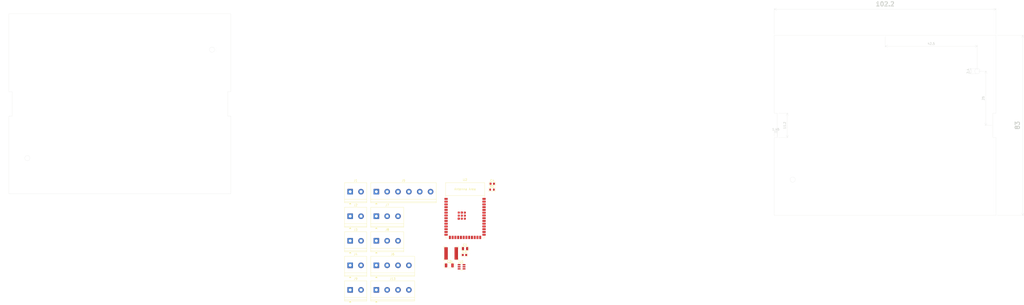
<source format=kicad_pcb>
(kicad_pcb (version 20241229) (generator "pcbnew") (generator_version "9.0")
  (title_block (title "NIVARA CONTROLS") (date "2025-06-11") (rev "1.0") (company "ITLA"))
  (layers (0 "F.Cu" signal) (2 "B.Cu" signal) (13 "F.Paste" user) (15 "B.Paste" user) (5 "F.SilkS" user "F.Silkscreen") (7 "B.SilkS" user "B.Silkscreen") (1 "F.Mask" user) (3 "B.Mask" user) (25 "Edge.Cuts" user))
  (net 0 "")
  (net 7 "GND")
  (net 8 "Net-(U2-EN)")
  (net 9 "/Board_NIVARA/NPN_IN_1")
  (net 10 "/Board_NIVARA/NPN_IN_2")
  (net 11 "/Board_NIVARA/D_IN_2")
  (net 12 "/Board_NIVARA/D_IN_1")
  (net 13 "/Board_NIVARA/PNP_IN_1")
  (net 14 "/Board_NIVARA/PNP_IN_2")
  (net 15 "/Board_NIVARA/RUN{slash}STOP")
  (net 16 "/Board_NIVARA/RLY2_NC")
  (net 17 "/Board_NIVARA/RLY2_COMÚN")
  (net 18 "/Board_NIVARA/RLY1_NO")
  (net 19 "/Board_NIVARA/RLY2_NO")
  (net 20 "/Board_NIVARA/RLY1_NC")
  (net 21 "/Board_NIVARA/RLY1_COMÚN")
  (net 22 "/Board_NIVARA/DOUT_NPN_1")
  (net 23 "/Board_NIVARA/DOUT_NPN_2")
  (net 24 "/Board_NIVARA/DOUT_PNP_1")
  (net 25 "/Board_NIVARA/DOUT_PNP_2")
  (net 26 "/Board_NIVARA/RS485-B")
  (net 27 "/Board_NIVARA/RS485-A")
  (net 28 "/Board_NIVARA/AOUT_010_1")
  (net 29 "/Board_NIVARA/AOUT_420_1")
  (net 30 "VCC")
  (net 31 "/Board_NIVARA/A032_IN1")
  (net 32 "/Board_NIVARA/A010_IN1")
  (net 33 "/Board_NIVARA/A420_IN1")
  (net 36 "+3.3V")
  (net 68 "/Board_NIVARA/DRIVER-RS485/UART_OUT")
  (net 73 "/Board_NIVARA/DRIVER-RS485/UART_IN")
  (footprint "TerminalBlock_Phoenix:TerminalBlock_Phoenix_PT-1,5-6-5.0-H_1x06_P5.00mm_Horizontal" (layer "F.Cu") (at 189.633 100.561)
    (property "Reference" "J5" (at 12.5 -5.12 0) (layer "F.SilkS"))
    (property "Value" "Screw_Terminal_6_P5.00mm")
    (fp_line (start -2.62 -4.12) (end -2.62 5.12) (stroke (width 0.12)) (layer "F.SilkS"))
    (fp_line (start -2.62 -4.12) (end 27.62 -4.12) (stroke (width 0.12)) (layer "F.SilkS"))
    (fp_line (start -2.62 3.5) (end 27.62 3.5) (stroke (width 0.12)) (layer "F.SilkS"))
    (fp_line (start -2.62 4.6) (end 27.62 4.6) (stroke (width 0.12)) (layer "F.SilkS"))
    (fp_line (start -2.62 5.12) (end -0.3 5.12) (stroke (width 0.12)) (layer "F.SilkS"))
    (fp_line (start 0.3 5.12) (end 27.62 5.12) (stroke (width 0.12)) (layer "F.SilkS"))
    (fp_line (start 27.62 -4.12) (end 27.62 5.12) (stroke (width 0.12)) (layer "F.SilkS"))
    (fp_poly (pts (xy 0 5.12) (xy 0.44 5.73) (xy -0.44 5.73)) (stroke (width 0.12)) (fill yes) (layer "F.SilkS"))
    (pad "1" thru_hole roundrect (at 0 0) (size 2.6 2.6) (drill 1.3) (layers "*.Cu" "*.Mask") (roundrect_rratio 0.096154) (net 20 "/Board_NIVARA/RLY1_NC"))
    (pad "2" thru_hole circle (at 5 0) (size 2.6 2.6) (drill 1.3) (layers "*.Cu" "*.Mask") (net 21 "/Board_NIVARA/RLY1_COMÚN"))
    (pad "3" thru_hole circle (at 10 0) (size 2.6 2.6) (drill 1.3) (layers "*.Cu" "*.Mask") (net 18 "/Board_NIVARA/RLY1_NO"))
    (pad "4" thru_hole circle (at 15 0) (size 2.6 2.6) (drill 1.3) (layers "*.Cu" "*.Mask") (net 16 "/Board_NIVARA/RLY2_NC"))
    (pad "5" thru_hole circle (at 20 0) (size 2.6 2.6) (drill 1.3) (layers "*.Cu" "*.Mask") (net 17 "/Board_NIVARA/RLY2_COMÚN"))
    (pad "6" thru_hole circle (at 25 0) (size 2.6 2.6) (drill 1.3) (layers "*.Cu" "*.Mask") (net 19 "/Board_NIVARA/RLY2_NO"))
  )
  (footprint "TerminalBlock_Phoenix:TerminalBlock_Phoenix_PT-1,5-2-5.0-H_1x02_P5.00mm_Horizontal" (layer "F.Cu") (at 177.583 111.876)
    (property "Reference" "J2" (at 2.5 -5.12 0) (layer "F.SilkS"))
    (property "Value" "Screw_Terminal_2_P5.00mm")
    (fp_line (start -2.62 -4.12) (end -2.62 5.12) (stroke (width 0.12)) (layer "F.SilkS"))
    (fp_line (start -2.62 -4.12) (end 7.62 -4.12) (stroke (width 0.12)) (layer "F.SilkS"))
    (fp_line (start -2.62 3.5) (end 7.62 3.5) (stroke (width 0.12)) (layer "F.SilkS"))
    (fp_line (start -2.62 4.6) (end 7.62 4.6) (stroke (width 0.12)) (layer "F.SilkS"))
    (fp_line (start -2.62 5.12) (end -0.3 5.12) (stroke (width 0.12)) (layer "F.SilkS"))
    (fp_line (start 0.3 5.12) (end 7.62 5.12) (stroke (width 0.12)) (layer "F.SilkS"))
    (fp_line (start 7.62 -4.12) (end 7.62 5.12) (stroke (width 0.12)) (layer "F.SilkS"))
    (fp_poly (pts (xy 0 5.12) (xy 0.44 5.73) (xy -0.44 5.73)) (stroke (width 0.12)) (fill yes) (layer "F.SilkS"))
    (pad "1" thru_hole roundrect (at 0 0) (size 2.6 2.6) (drill 1.3) (layers "*.Cu" "*.Mask") (roundrect_rratio 0.096154) (net 11 "/Board_NIVARA/D_IN_2"))
    (pad "2" thru_hole circle (at 5 0) (size 2.6 2.6) (drill 1.3) (layers "*.Cu" "*.Mask") (net 12 "/Board_NIVARA/D_IN_1"))
  )
  (footprint "TerminalBlock_Phoenix:TerminalBlock_Phoenix_PT-1,5-2-5.0-H_1x02_P5.00mm_Horizontal" (layer "F.Cu") (at 177.583 100.561)
    (property "Reference" "J1" (at 2.5 -5.12 0) (layer "F.SilkS"))
    (property "Value" "Screw_Terminal_2_P5.00mm")
    (fp_line (start -2.62 -4.12) (end -2.62 5.12) (stroke (width 0.12)) (layer "F.SilkS"))
    (fp_line (start -2.62 -4.12) (end 7.62 -4.12) (stroke (width 0.12)) (layer "F.SilkS"))
    (fp_line (start -2.62 3.5) (end 7.62 3.5) (stroke (width 0.12)) (layer "F.SilkS"))
    (fp_line (start -2.62 4.6) (end 7.62 4.6) (stroke (width 0.12)) (layer "F.SilkS"))
    (fp_line (start -2.62 5.12) (end -0.3 5.12) (stroke (width 0.12)) (layer "F.SilkS"))
    (fp_line (start 0.3 5.12) (end 7.62 5.12) (stroke (width 0.12)) (layer "F.SilkS"))
    (fp_line (start 7.62 -4.12) (end 7.62 5.12) (stroke (width 0.12)) (layer "F.SilkS"))
    (fp_poly (pts (xy 0 5.12) (xy 0.44 5.73) (xy -0.44 5.73)) (stroke (width 0.12)) (fill yes) (layer "F.SilkS"))
    (pad "1" thru_hole roundrect (at 0 0) (size 2.6 2.6) (drill 1.3) (layers "*.Cu" "*.Mask") (roundrect_rratio 0.096154) (net 10 "/Board_NIVARA/NPN_IN_2"))
    (pad "2" thru_hole circle (at 5 0) (size 2.6 2.6) (drill 1.3) (layers "*.Cu" "*.Mask") (net 9 "/Board_NIVARA/NPN_IN_1"))
  )
  (footprint "Package_TO_SOT_SMD:TSOT-23-6" (layer "F.Cu") (at 228.913 135.176)
    (property "Reference" "U1" (at 0 -2.4 0) (layer "F.SilkS"))
    (property "Value" "AP63203WU")
    (fp_line (start 0 -1.56) (end -0.8 -1.56) (stroke (width 0.12)) (layer "F.SilkS"))
    (fp_line (start 0 -1.56) (end 0.8 -1.56) (stroke (width 0.12)) (layer "F.SilkS"))
    (fp_line (start 0 1.56) (end -0.8 1.56) (stroke (width 0.12)) (layer "F.SilkS"))
    (fp_line (start 0 1.56) (end 0.8 1.56) (stroke (width 0.12)) (layer "F.SilkS"))
    (fp_poly (pts (xy -1.3 -1.51) (xy -1.54 -1.84) (xy -1.06 -1.84)) (stroke (width 0.12)) (fill yes) (layer "F.SilkS"))
    (pad "1" smd roundrect (at -1.1375 -0.95) (size 1.325 0.6) (layers "F.Cu" "F.Mask" "F.Paste"))
    (pad "2" smd roundrect (at -1.1375 0) (size 1.325 0.6) (layers "F.Cu" "F.Mask" "F.Paste"))
    (pad "3" smd roundrect (at -1.1375 0.95) (size 1.325 0.6) (layers "F.Cu" "F.Mask" "F.Paste"))
    (pad "4" smd roundrect (at 1.1375 0.95) (size 1.325 0.6) (layers "F.Cu" "F.Mask" "F.Paste"))
    (pad "5" smd roundrect (at 1.1375 0) (size 1.325 0.6) (layers "F.Cu" "F.Mask" "F.Paste"))
    (pad "6" smd roundrect (at 1.1375 -0.95) (size 1.325 0.6) (layers "F.Cu" "F.Mask" "F.Paste"))
  )
  (footprint "PCM_Capacitor_SMD_AKL:C_0805_2012Metric" (layer "F.Cu") (at 230.518894 126.816)
    (property "Reference" "C1" (at 0 -1.68 0) (layer "F.SilkS"))
    (property "Value" "C_0805" (hide yes))
    (fp_line (start -1.5 1) (end 1.5 1) (stroke (width 0.12)) (layer "F.SilkS"))
    (fp_line (start 1.5 -1) (end -1.5 -1) (stroke (width 0.12)) (layer "F.SilkS"))
    (fp_arc (start -1.5 1) (mid -1.880894 0) (end -1.5 -1) (stroke (width 0.12)) (layer "F.SilkS"))
    (fp_arc (start 1.5 -1) (mid 1.880894 0) (end 1.5 1) (stroke (width 0.12)) (layer "F.SilkS"))
    (pad "1" smd roundrect (at -0.95 0) (size 1 1.45) (layers "F.Cu" "F.Mask" "F.Paste"))
    (pad "2" smd roundrect (at 0.95 0) (size 1 1.45) (layers "F.Cu" "F.Mask" "F.Paste"))
  )
  (footprint "TerminalBlock_Phoenix:TerminalBlock_Phoenix_PT-1,5-2-5.0-H_1x02_P5.00mm_Horizontal" (layer "F.Cu") (at 177.583 134.506)
    (property "Reference" "J4" (at 2.5 -5.12 0) (layer "F.SilkS"))
    (property "Value" "Screw_Terminal_2_P5.00mm")
    (fp_line (start -2.62 -4.12) (end -2.62 5.12) (stroke (width 0.12)) (layer "F.SilkS"))
    (fp_line (start -2.62 -4.12) (end 7.62 -4.12) (stroke (width 0.12)) (layer "F.SilkS"))
    (fp_line (start -2.62 3.5) (end 7.62 3.5) (stroke (width 0.12)) (layer "F.SilkS"))
    (fp_line (start -2.62 4.6) (end 7.62 4.6) (stroke (width 0.12)) (layer "F.SilkS"))
    (fp_line (start -2.62 5.12) (end -0.3 5.12) (stroke (width 0.12)) (layer "F.SilkS"))
    (fp_line (start 0.3 5.12) (end 7.62 5.12) (stroke (width 0.12)) (layer "F.SilkS"))
    (fp_line (start 7.62 -4.12) (end 7.62 5.12) (stroke (width 0.12)) (layer "F.SilkS"))
    (fp_poly (pts (xy 0 5.12) (xy 0.44 5.73) (xy -0.44 5.73)) (stroke (width 0.12)) (fill yes) (layer "F.SilkS"))
    (pad "1" thru_hole roundrect (at 0 0) (size 2.6 2.6) (drill 1.3) (layers "*.Cu" "*.Mask") (roundrect_rratio 0.096154) (net 15 "/Board_NIVARA/RUN{slash}STOP"))
    (pad "2" thru_hole circle (at 5 0) (size 2.6 2.6) (drill 1.3) (layers "*.Cu" "*.Mask") (net 7 "GND"))
  )
  (footprint "PCM_Resistor_SMD_AKL:R_0603_1608Metric" (layer "F.Cu") (at 242.938 99.616)
    (property "Reference" "R1" (at 0 -1.5 0) (layer "F.SilkS"))
    (property "Value" "R_0603" (hide yes))
    (fp_line (start -1.5 -0.8) (end -1.5 0.8) (stroke (width 0.12)) (layer "F.SilkS"))
    (fp_line (start -1.5 0.8) (end 1.5 0.8) (stroke (width 0.12)) (layer "F.SilkS"))
    (fp_line (start 1.5 -0.8) (end -1.5 -0.8) (stroke (width 0.12)) (layer "F.SilkS"))
    (fp_line (start 1.5 0.8) (end 1.5 -0.8) (stroke (width 0.12)) (layer "F.SilkS"))
    (pad "1" smd roundrect (at -0.825 0) (size 0.8 0.95) (layers "F.Cu" "F.Mask" "F.Paste") (net 36 "+3.3V"))
    (pad "2" smd roundrect (at 0.825 0) (size 0.8 0.95) (layers "F.Cu" "F.Mask" "F.Paste") (net 8 "Net-(U2-EN)"))
  )
  (footprint "PCM_Capacitor_SMD_AKL:C_1206_3216Metric" (layer "F.Cu") (at 223.244625 134.536)
    (property "Reference" "C2" (at 0 -1.85 0) (layer "F.SilkS"))
    (property "Value" "C_1206" (hide yes))
    (fp_line (start -2.1 1.2) (end 2.1 1.2) (stroke (width 0.12)) (layer "F.SilkS"))
    (fp_line (start 2.1 -1.2) (end -2.1 -1.2) (stroke (width 0.12)) (layer "F.SilkS"))
    (fp_arc (start -2.1 1.2) (mid -2.526625 0) (end -2.1 -1.2) (stroke (width 0.12)) (layer "F.SilkS"))
    (fp_arc (start 2.1 -1.2) (mid 2.541962 0) (end 2.1 1.2) (stroke (width 0.12)) (layer "F.SilkS"))
    (pad "1" smd roundrect (at -1.475 0) (size 1.15 1.8) (layers "F.Cu" "F.Mask" "F.Paste") (roundrect_rratio 0.217391))
    (pad "2" smd roundrect (at 1.475 0) (size 1.15 1.8) (layers "F.Cu" "F.Mask" "F.Paste") (roundrect_rratio 0.217391))
  )
  (footprint "TerminalBlock_Phoenix:TerminalBlock_Phoenix_PT-1,5-3-5.0-H_1x03_P5.00mm_Horizontal" (layer "F.Cu") (at 189.633 123.186)
    (property "Reference" "J8" (at 5 -5.12 0) (layer "F.SilkS"))
    (property "Value" "Screw_Terminal_3_P5.00mm")
    (fp_line (start -2.62 -4.12) (end -2.62 5.12) (stroke (width 0.12)) (layer "F.SilkS"))
    (fp_line (start -2.62 -4.12) (end 12.62 -4.12) (stroke (width 0.12)) (layer "F.SilkS"))
    (fp_line (start -2.62 3.5) (end 12.62 3.5) (stroke (width 0.12)) (layer "F.SilkS"))
    (fp_line (start -2.62 4.6) (end 12.62 4.6) (stroke (width 0.12)) (layer "F.SilkS"))
    (fp_line (start -2.62 5.12) (end -0.3 5.12) (stroke (width 0.12)) (layer "F.SilkS"))
    (fp_line (start 0.3 5.12) (end 12.62 5.12) (stroke (width 0.12)) (layer "F.SilkS"))
    (fp_line (start 12.62 -4.12) (end 12.62 5.12) (stroke (width 0.12)) (layer "F.SilkS"))
    (fp_poly (pts (xy 0 5.12) (xy 0.44 5.73) (xy -0.44 5.73)) (stroke (width 0.12)) (fill yes) (layer "F.SilkS"))
    (pad "1" thru_hole roundrect (at 0 0) (size 2.6 2.6) (drill 1.3) (layers "*.Cu" "*.Mask") (roundrect_rratio 0.096154) (net 28 "/Board_NIVARA/AOUT_010_1"))
    (pad "2" thru_hole circle (at 5 0) (size 2.6 2.6) (drill 1.3) (layers "*.Cu" "*.Mask") (net 29 "/Board_NIVARA/AOUT_420_1"))
    (pad "3" thru_hole circle (at 10 0) (size 2.6 2.6) (drill 1.3) (layers "*.Cu" "*.Mask") (net 7 "GND"))
  )
  (footprint "TerminalBlock_Phoenix:TerminalBlock_Phoenix_PT-1,5-4-5.0-H_1x04_P5.00mm_Horizontal" (layer "F.Cu") (at 189.633 145.816)
    (property "Reference" "J13" (at 7.5 -5.12 0) (layer "F.SilkS"))
    (property "Value" "Screw_Terminal_4_P5.00mm")
    (fp_line (start -2.62 -4.12) (end -2.62 5.12) (stroke (width 0.12)) (layer "F.SilkS"))
    (fp_line (start -2.62 -4.12) (end 17.62 -4.12) (stroke (width 0.12)) (layer "F.SilkS"))
    (fp_line (start -2.62 3.5) (end 17.62 3.5) (stroke (width 0.12)) (layer "F.SilkS"))
    (fp_line (start -2.62 4.6) (end 17.62 4.6) (stroke (width 0.12)) (layer "F.SilkS"))
    (fp_line (start -2.62 5.12) (end -0.3 5.12) (stroke (width 0.12)) (layer "F.SilkS"))
    (fp_line (start 0.3 5.12) (end 17.62 5.12) (stroke (width 0.12)) (layer "F.SilkS"))
    (fp_line (start 17.62 -4.12) (end 17.62 5.12) (stroke (width 0.12)) (layer "F.SilkS"))
    (fp_poly (pts (xy 0 5.12) (xy 0.44 5.73) (xy -0.44 5.73)) (stroke (width 0.12)) (fill yes) (layer "F.SilkS"))
    (pad "1" thru_hole roundrect (at 0 0) (size 2.6 2.6) (drill 1.3) (layers "*.Cu" "*.Mask") (roundrect_rratio 0.096154) (net 32 "/Board_NIVARA/A010_IN1"))
    (pad "2" thru_hole circle (at 5 0) (size 2.6 2.6) (drill 1.3) (layers "*.Cu" "*.Mask") (net 31 "/Board_NIVARA/A032_IN1"))
    (pad "3" thru_hole circle (at 10 0) (size 2.6 2.6) (drill 1.3) (layers "*.Cu" "*.Mask") (net 33 "/Board_NIVARA/A420_IN1"))
    (pad "4" thru_hole circle (at 15 0) (size 2.6 2.6) (drill 1.3) (layers "*.Cu" "*.Mask") (net 7 "GND"))
  )
  (footprint "PCM_Capacitor_SMD_AKL:C_0603_1608Metric" (layer "F.Cu") (at 243.057939 96.896002)
    (property "Reference" "C4" (at 0 -1.43 0) (layer "F.SilkS"))
    (property "Value" "C_0603" (hide yes))
    (fp_line (start -1.3 0.800002) (end 1.3 0.8) (stroke (width 0.12)) (layer "F.SilkS"))
    (fp_line (start 1.3 -0.800002) (end -1.3 -0.8) (stroke (width 0.12)) (layer "F.SilkS"))
    (fp_arc (start -1.3 0.800002) (mid -1.619939 0.000001) (end -1.3 -0.8) (stroke (width 0.12)) (layer "F.SilkS"))
    (fp_arc (start 1.3 -0.800002) (mid 1.619939 -0.000001) (end 1.3 0.8) (stroke (width 0.12)) (layer "F.SilkS"))
    (pad "1" smd roundrect (at -0.775 0) (size 0.9 0.95) (layers "F.Cu" "F.Mask" "F.Paste") (net 8 "Net-(U2-EN)"))
    (pad "2" smd roundrect (at 0.775 0) (size 0.9 0.95) (layers "F.Cu" "F.Mask" "F.Paste") (net 7 "GND"))
  )
  (footprint "TerminalBlock_Phoenix:TerminalBlock_Phoenix_PT-1,5-3-5.0-H_1x03_P5.00mm_Horizontal" (layer "F.Cu") (at 189.633 111.871)
    (property "Reference" "J7" (at 5 -5.12 0) (layer "F.SilkS"))
    (property "Value" "Screw_Terminal_3_P5.00mm")
    (fp_line (start -2.62 -4.12) (end -2.62 5.12) (stroke (width 0.12)) (layer "F.SilkS"))
    (fp_line (start -2.62 -4.12) (end 12.62 -4.12) (stroke (width 0.12)) (layer "F.SilkS"))
    (fp_line (start -2.62 3.5) (end 12.62 3.5) (stroke (width 0.12)) (layer "F.SilkS"))
    (fp_line (start -2.62 4.6) (end 12.62 4.6) (stroke (width 0.12)) (layer "F.SilkS"))
    (fp_line (start -2.62 5.12) (end -0.3 5.12) (stroke (width 0.12)) (layer "F.SilkS"))
    (fp_line (start 0.3 5.12) (end 12.62 5.12) (stroke (width 0.12)) (layer "F.SilkS"))
    (fp_line (start 12.62 -4.12) (end 12.62 5.12) (stroke (width 0.12)) (layer "F.SilkS"))
    (fp_poly (pts (xy 0 5.12) (xy 0.44 5.73) (xy -0.44 5.73)) (stroke (width 0.12)) (fill yes) (layer "F.SilkS"))
    (pad "1" thru_hole roundrect (at 0 0) (size 2.6 2.6) (drill 1.3) (layers "*.Cu" "*.Mask") (roundrect_rratio 0.096154) (net 27 "/Board_NIVARA/RS485-A"))
    (pad "2" thru_hole circle (at 5 0) (size 2.6 2.6) (drill 1.3) (layers "*.Cu" "*.Mask") (net 26 "/Board_NIVARA/RS485-B"))
    (pad "3" thru_hole circle (at 10 0) (size 2.6 2.6) (drill 1.3) (layers "*.Cu" "*.Mask") (net 7 "GND"))
  )
  (footprint "TerminalBlock_Phoenix:TerminalBlock_Phoenix_PT-1,5-4-5.0-H_1x04_P5.00mm_Horizontal" (layer "F.Cu") (at 189.633 134.501)
    (property "Reference" "J6" (at 7.5 -5.12 0) (layer "F.SilkS"))
    (property "Value" "Screw_Terminal_4_P5.00mm")
    (fp_line (start -2.62 -4.12) (end -2.62 5.12) (stroke (width 0.12)) (layer "F.SilkS"))
    (fp_line (start -2.62 -4.12) (end 17.62 -4.12) (stroke (width 0.12)) (layer "F.SilkS"))
    (fp_line (start -2.62 3.5) (end 17.62 3.5) (stroke (width 0.12)) (layer "F.SilkS"))
    (fp_line (start -2.62 4.6) (end 17.62 4.6) (stroke (width 0.12)) (layer "F.SilkS"))
    (fp_line (start -2.62 5.12) (end -0.3 5.12) (stroke (width 0.12)) (layer "F.SilkS"))
    (fp_line (start 0.3 5.12) (end 17.62 5.12) (stroke (width 0.12)) (layer "F.SilkS"))
    (fp_line (start 17.62 -4.12) (end 17.62 5.12) (stroke (width 0.12)) (layer "F.SilkS"))
    (fp_poly (pts (xy 0 5.12) (xy 0.44 5.73) (xy -0.44 5.73)) (stroke (width 0.12)) (fill yes) (layer "F.SilkS"))
    (pad "1" thru_hole roundrect (at 0 0) (size 2.6 2.6) (drill 1.3) (layers "*.Cu" "*.Mask") (roundrect_rratio 0.096154) (net 22 "/Board_NIVARA/DOUT_NPN_1"))
    (pad "2" thru_hole circle (at 5 0) (size 2.6 2.6) (drill 1.3) (layers "*.Cu" "*.Mask") (net 23 "/Board_NIVARA/DOUT_NPN_2"))
    (pad "3" thru_hole circle (at 10 0) (size 2.6 2.6) (drill 1.3) (layers "*.Cu" "*.Mask") (net 24 "/Board_NIVARA/DOUT_PNP_1"))
    (pad "4" thru_hole circle (at 15 0) (size 2.6 2.6) (drill 1.3) (layers "*.Cu" "*.Mask") (net 25 "/Board_NIVARA/DOUT_PNP_2"))
  )
  (footprint "Inductor_SMD:L_Bourns-SRN6028" (layer "F.Cu") (at 224.118 129.016)
    (property "Reference" "L1" (at 0 4 0) (layer "F.SilkS"))
    (property "Value" "L_Iron")
    (fp_line (start -3.4 -3.2) (end -3.4 -2) (stroke (width 0.12)) (layer "F.SilkS"))
    (fp_line (start -3.4 -3.2) (end -2 -3.2) (stroke (width 0.12)) (layer "F.SilkS"))
    (fp_line (start -3.4 3.2) (end -3.4 2) (stroke (width 0.12)) (layer "F.SilkS"))
    (fp_line (start -3.4 3.2) (end -2 3.2) (stroke (width 0.12)) (layer "F.SilkS"))
    (fp_line (start 3.4 -3.2) (end 2 -3.2) (stroke (width 0.12)) (layer "F.SilkS"))
    (fp_line (start 3.4 -3.2) (end 3.4 -2) (stroke (width 0.12)) (layer "F.SilkS"))
    (fp_line (start 3.4 3.2) (end 2 3.2) (stroke (width 0.12)) (layer "F.SilkS"))
    (fp_line (start 3.4 3.2) (end 3.4 2) (stroke (width 0.12)) (layer "F.SilkS"))
    (pad "1" smd rect (at -2.35 0) (size 1.6 5.7) (layers "F.Cu" "F.Mask" "F.Paste"))
    (pad "2" smd rect (at 2.35 0) (size 1.6 5.7) (layers "F.Cu" "F.Mask" "F.Paste"))
  )
  (footprint "TerminalBlock_Phoenix:TerminalBlock_Phoenix_PT-1,5-2-5.0-H_1x02_P5.00mm_Horizontal" (layer "F.Cu") (at 177.583 123.191)
    (property "Reference" "J3" (at 2.5 -5.12 0) (layer "F.SilkS"))
    (property "Value" "Screw_Terminal_2_P5.00mm")
    (fp_line (start -2.62 -4.12) (end -2.62 5.12) (stroke (width 0.12)) (layer "F.SilkS"))
    (fp_line (start -2.62 -4.12) (end 7.62 -4.12) (stroke (width 0.12)) (layer "F.SilkS"))
    (fp_line (start -2.62 3.5) (end 7.62 3.5) (stroke (width 0.12)) (layer "F.SilkS"))
    (fp_line (start -2.62 4.6) (end 7.62 4.6) (stroke (width 0.12)) (layer "F.SilkS"))
    (fp_line (start -2.62 5.12) (end -0.3 5.12) (stroke (width 0.12)) (layer "F.SilkS"))
    (fp_line (start 0.3 5.12) (end 7.62 5.12) (stroke (width 0.12)) (layer "F.SilkS"))
    (fp_line (start 7.62 -4.12) (end 7.62 5.12) (stroke (width 0.12)) (layer "F.SilkS"))
    (fp_poly (pts (xy 0 5.12) (xy 0.44 5.73) (xy -0.44 5.73)) (stroke (width 0.12)) (fill yes) (layer "F.SilkS"))
    (pad "1" thru_hole roundrect (at 0 0) (size 2.6 2.6) (drill 1.3) (layers "*.Cu" "*.Mask") (roundrect_rratio 0.096154) (net 14 "/Board_NIVARA/PNP_IN_2"))
    (pad "2" thru_hole circle (at 5 0) (size 2.6 2.6) (drill 1.3) (layers "*.Cu" "*.Mask") (net 13 "/Board_NIVARA/PNP_IN_1"))
  )
  (footprint "TerminalBlock_Phoenix:TerminalBlock_Phoenix_PT-1,5-2-5.0-H_1x02_P5.00mm_Horizontal" (layer "F.Cu") (at 177.583 145.821)
    (property "Reference" "J9" (at 2.5 -5.12 0) (layer "F.SilkS"))
    (property "Value" "Screw_Terminal_2_P5.00mm")
    (fp_line (start -2.62 -4.12) (end -2.62 5.12) (stroke (width 0.12)) (layer "F.SilkS"))
    (fp_line (start -2.62 -4.12) (end 7.62 -4.12) (stroke (width 0.12)) (layer "F.SilkS"))
    (fp_line (start -2.62 3.5) (end 7.62 3.5) (stroke (width 0.12)) (layer "F.SilkS"))
    (fp_line (start -2.62 4.6) (end 7.62 4.6) (stroke (width 0.12)) (layer "F.SilkS"))
    (fp_line (start -2.62 5.12) (end -0.3 5.12) (stroke (width 0.12)) (layer "F.SilkS"))
    (fp_line (start 0.3 5.12) (end 7.62 5.12) (stroke (width 0.12)) (layer "F.SilkS"))
    (fp_line (start 7.62 -4.12) (end 7.62 5.12) (stroke (width 0.12)) (layer "F.SilkS"))
    (fp_poly (pts (xy 0 5.12) (xy 0.44 5.73) (xy -0.44 5.73)) (stroke (width 0.12)) (fill yes) (layer "F.SilkS"))
    (pad "1" thru_hole roundrect (at 0 0) (size 2.6 2.6) (drill 1.3) (layers "*.Cu" "*.Mask") (roundrect_rratio 0.096154) (net 30 "VCC"))
    (pad "2" thru_hole circle (at 5 0) (size 2.6 2.6) (drill 1.3) (layers "*.Cu" "*.Mask") (net 7 "GND"))
  )
  (footprint "PCM_Capacitor_SMD_AKL:C_0603_1608Metric" (layer "F.Cu") (at 230.257939 129.736002)
    (property "Reference" "C3" (at 0 -1.43 0) (layer "F.SilkS"))
    (property "Value" "C_0603" (hide yes))
    (fp_line (start -1.3 0.800002) (end 1.3 0.8) (stroke (width 0.12)) (layer "F.SilkS"))
    (fp_line (start 1.3 -0.800002) (end -1.3 -0.8) (stroke (width 0.12)) (layer "F.SilkS"))
    (fp_arc (start -1.3 0.800002) (mid -1.619939 0.000001) (end -1.3 -0.8) (stroke (width 0.12)) (layer "F.SilkS"))
    (fp_arc (start 1.3 -0.800002) (mid 1.619939 -0.000001) (end 1.3 0.8) (stroke (width 0.12)) (layer "F.SilkS"))
    (pad "1" smd roundrect (at -0.775 0) (size 0.9 0.95) (layers "F.Cu" "F.Mask" "F.Paste"))
    (pad "2" smd roundrect (at 0.775 0) (size 0.9 0.95) (layers "F.Cu" "F.Mask" "F.Paste"))
  )
  (footprint "ESP32-S3-WROM-1:ESP32-S3-WROOM-1" (layer "F.Cu") (at 230.518 112.146)
    (property "Reference" "U2" (at 0 -17.05 0) (layer "F.SilkS"))
    (property "Value" "ESP32-S3-WROOM-1")
    (fp_line (start -9 -15.75) (end -9 -9) (stroke (width 0.12)) (layer "F.SilkS"))
    (fp_line (start -9 -15.75) (end 9 -15.75) (stroke (width 0.12)) (layer "F.SilkS"))
    (fp_line (start -9 9) (end -9 9.75) (stroke (width 0.12)) (layer "F.SilkS"))
    (fp_line (start -9 9.75) (end -8 9.75) (stroke (width 0.12)) (layer "F.SilkS"))
    (fp_line (start 9 -15.75) (end 9 -9) (stroke (width 0.12)) (layer "F.SilkS"))
    (fp_line (start 9 -9.81) (end -9 -9.81) (stroke (width 0.12)) (layer "F.SilkS"))
    (fp_line (start 9 9) (end 9 9.75) (stroke (width 0.12)) (layer "F.SilkS"))
    (fp_line (start 9 9.75) (end 8 9.75) (stroke (width 0.12)) (layer "F.SilkS"))
    (fp_text user "Antenna Area" (at 0 -12.75 0) (layer "F.SilkS"))
    (pad "1" smd rect (at -8.75 -8.26) (size 1.5 0.9) (layers "F.Cu" "F.Mask" "F.Paste") (net 7 "GND"))
    (pad "2" smd rect (at -8.75 -6.99) (size 1.5 0.9) (layers "F.Cu" "F.Mask" "F.Paste") (net 36 "+3.3V"))
    (pad "3" smd rect (at -8.75 -5.72) (size 1.5 0.9) (layers "F.Cu" "F.Mask" "F.Paste") (net 8 "Net-(U2-EN)"))
    (pad "4" smd rect (at -8.75 -4.45) (size 1.5 0.9) (layers "F.Cu" "F.Mask" "F.Paste"))
    (pad "5" smd rect (at -8.75 -3.18) (size 1.5 0.9) (layers "F.Cu" "F.Mask" "F.Paste"))
    (pad "6" smd rect (at -8.75 -1.91) (size 1.5 0.9) (layers "F.Cu" "F.Mask" "F.Paste"))
    (pad "7" smd rect (at -8.75 -0.64) (size 1.5 0.9) (layers "F.Cu" "F.Mask" "F.Paste"))
    (pad "8" smd rect (at -8.75 0.63) (size 1.5 0.9) (layers "F.Cu" "F.Mask" "F.Paste"))
    (pad "9" smd rect (at -8.75 1.9) (size 1.5 0.9) (layers "F.Cu" "F.Mask" "F.Paste"))
    (pad "10" smd rect (at -8.75 3.17) (size 1.5 0.9) (layers "F.Cu" "F.Mask" "F.Paste"))
    (pad "11" smd rect (at -8.75 4.44) (size 1.5 0.9) (layers "F.Cu" "F.Mask" "F.Paste"))
    (pad "12" smd rect (at -8.75 5.71) (size 1.5 0.9) (layers "F.Cu" "F.Mask" "F.Paste"))
    (pad "13" smd rect (at -8.75 6.98) (size 1.5 0.9) (layers "F.Cu" "F.Mask" "F.Paste"))
    (pad "14" smd rect (at -8.75 8.25) (size 1.5 0.9) (layers "F.Cu" "F.Mask" "F.Paste"))
    (pad "15" smd rect (at -6.985 9.5 90) (size 1.5 0.9) (layers "F.Cu" "F.Mask" "F.Paste"))
    (pad "16" smd rect (at -5.715 9.5 90) (size 1.5 0.9) (layers "F.Cu" "F.Mask" "F.Paste"))
    (pad "17" smd rect (at -4.445 9.5 90) (size 1.5 0.9) (layers "F.Cu" "F.Mask" "F.Paste"))
    (pad "18" smd rect (at -3.175 9.5 90) (size 1.5 0.9) (layers "F.Cu" "F.Mask" "F.Paste"))
    (pad "19" smd rect (at -1.905 9.5 90) (size 1.5 0.9) (layers "F.Cu" "F.Mask" "F.Paste"))
    (pad "20" smd rect (at -0.635 9.5 90) (size 1.5 0.9) (layers "F.Cu" "F.Mask" "F.Paste"))
    (pad "21" smd rect (at 0.635 9.5 90) (size 1.5 0.9) (layers "F.Cu" "F.Mask" "F.Paste"))
    (pad "22" smd rect (at 1.905 9.5 90) (size 1.5 0.9) (layers "F.Cu" "F.Mask" "F.Paste"))
    (pad "23" smd rect (at 3.175 9.5 90) (size 1.5 0.9) (layers "F.Cu" "F.Mask" "F.Paste"))
    (pad "24" smd rect (at 4.445 9.5 90) (size 1.5 0.9) (layers "F.Cu" "F.Mask" "F.Paste"))
    (pad "25" smd rect (at 5.715 9.5 90) (size 1.5 0.9) (layers "F.Cu" "F.Mask" "F.Paste"))
    (pad "26" smd rect (at 6.985 9.5 90) (size 1.5 0.9) (layers "F.Cu" "F.Mask" "F.Paste"))
    (pad "27" smd rect (at 8.75 8.25 180) (size 1.5 0.9) (layers "F.Cu" "F.Mask" "F.Paste"))
    (pad "28" smd rect (at 8.75 6.98 180) (size 1.5 0.9) (layers "F.Cu" "F.Mask" "F.Paste"))
    (pad "29" smd rect (at 8.75 5.71 180) (size 1.5 0.9) (layers "F.Cu" "F.Mask" "F.Paste"))
    (pad "30" smd rect (at 8.75 4.44 180) (size 1.5 0.9) (layers "F.Cu" "F.Mask" "F.Paste"))
    (pad "31" smd rect (at 8.75 3.17 180) (size 1.5 0.9) (layers "F.Cu" "F.Mask" "F.Paste"))
    (pad "32" smd rect (at 8.75 1.9 180) (size 1.5 0.9) (layers "F.Cu" "F.Mask" "F.Paste"))
    (pad "33" smd rect (at 8.75 0.63 180) (size 1.5 0.9) (layers "F.Cu" "F.Mask" "F.Paste"))
    (pad "34" smd rect (at 8.75 -0.64 180) (size 1.5 0.9) (layers "F.Cu" "F.Mask" "F.Paste"))
    (pad "35" smd rect (at 8.75 -1.91 180) (size 1.5 0.9) (layers "F.Cu" "F.Mask" "F.Paste"))
    (pad "36" smd rect (at 8.75 -3.18 180) (size 1.5 0.9) (layers "F.Cu" "F.Mask" "F.Paste") (net 68 "/Board_NIVARA/DRIVER-RS485/UART_OUT"))
    (pad "37" smd rect (at 8.75 -4.45 180) (size 1.5 0.9) (layers "F.Cu" "F.Mask" "F.Paste") (net 73 "/Board_NIVARA/DRIVER-RS485/UART_IN"))
    (pad "38" smd rect (at 8.75 -5.72 180) (size 1.5 0.9) (layers "F.Cu" "F.Mask" "F.Paste"))
    (pad "39" smd rect (at 8.75 -6.99 180) (size 1.5 0.9) (layers "F.Cu" "F.Mask" "F.Paste"))
    (pad "40" smd rect (at 8.75 -8.26 180) (size 1.5 0.9) (layers "F.Cu" "F.Mask" "F.Paste") (net 7 "GND"))
    (pad "41" smd rect (at -2.9 -1.94 180) (size 0.9 0.9) (layers "F.Cu" "F.Mask" "F.Paste") (net 7 "GND"))
    (pad "41" smd rect (at -2.9 -0.54 180) (size 0.9 0.9) (layers "F.Cu" "F.Mask" "F.Paste") (net 7 "GND"))
    (pad "41" smd rect (at -2.9 0.86 180) (size 0.9 0.9) (layers "F.Cu" "F.Mask" "F.Paste") (net 7 "GND"))
    (pad "41" smd rect (at -2.9 0.86 180) (size 0.9 0.9) (layers "F.Cu" "F.Mask" "F.Paste") (net 7 "GND"))
    (pad "41" smd rect (at -1.5 -1.94 180) (size 0.9 0.9) (layers "F.Cu" "F.Mask" "F.Paste") (net 7 "GND"))
    (pad "41" smd rect (at -1.5 -1.94 180) (size 0.9 0.9) (layers "F.Cu" "F.Mask" "F.Paste") (net 7 "GND"))
    (pad "41" smd rect (at -1.5 -0.54 180) (size 0.9 0.9) (layers "F.Cu" "F.Mask" "F.Paste") (net 7 "GND"))
    (pad "41" smd rect (at -1.5 0.86 180) (size 0.9 0.9) (layers "F.Cu" "F.Mask" "F.Paste") (net 7 "GND"))
    (pad "41" smd rect (at -0.1 -1.94 180) (size 0.9 0.9) (layers "F.Cu" "F.Mask" "F.Paste") (net 7 "GND"))
    (pad "41" smd rect (at -0.1 -0.54 180) (size 0.9 0.9) (layers "F.Cu" "F.Mask" "F.Paste") (net 7 "GND"))
    (pad "41" smd rect (at -0.1 0.86 180) (size 0.9 0.9) (layers "F.Cu" "F.Mask" "F.Paste") (net 7 "GND"))
  )
  (gr_circle (center 28.82 85.1) (end 30.02 85.1) (stroke (width 0.05)) (fill no) (layer "Edge.Cuts"))
  (gr_line (start 473.75 75.6) (end 473.75 70) (stroke (width 0.05)) (layer "Edge.Cuts"))
  (gr_line (start 475.2 75.6) (end 475.2 111.5) (stroke (width 0.05)) (layer "Edge.Cuts"))
  (gr_line (start 20.32 101.6) (end 122.52 101.6) (stroke (width 0.05)) (layer "Edge.Cuts"))
  (gr_line (start 374.45 75.6) (end 374.45 70) (stroke (width 0.05)) (layer "Edge.Cuts"))
  (gr_line (start 20.32 65.7) (end 21.77 65.7) (stroke (width 0.05)) (layer "Edge.Cuts"))
  (gr_line (start 122.52 18.6) (end 122.52 54.5) (stroke (width 0.05)) (layer "Edge.Cuts"))
  (gr_line (start 121.07 60.1) (end 121.07 54.5) (stroke (width 0.05)) (layer "Edge.Cuts"))
  (gr_line (start 373 64.4) (end 374.45 64.4) (stroke (width 0.05)) (layer "Edge.Cuts"))
  (gr_circle (center 466.6 45) (end 467.8 45) (stroke (width 0.05)) (fill no) (layer "Edge.Cuts"))
  (gr_line (start 20.32 65.7) (end 20.32 101.6) (stroke (width 0.05)) (layer "Edge.Cuts"))
  (gr_line (start 20.32 18.6) (end 20.32 54.5) (stroke (width 0.05)) (layer "Edge.Cuts"))
  (gr_line (start 21.77 65.7) (end 21.77 60.1) (stroke (width 0.05)) (layer "Edge.Cuts"))
  (gr_line (start 473.75 75.6) (end 475.2 75.6) (stroke (width 0.05)) (layer "Edge.Cuts"))
  (gr_line (start 373 75.6) (end 373 111.5) (stroke (width 0.05)) (layer "Edge.Cuts"))
  (gr_circle (center 113.92 35.1) (end 115.12 35.1) (stroke (width 0.05)) (fill no) (layer "Edge.Cuts"))
  (gr_line (start 20.32 18.6) (end 122.52 18.6) (stroke (width 0.05)) (layer "Edge.Cuts"))
  (gr_line (start 475.2 28.4) (end 475.2 64.4) (stroke (width 0.05)) (layer "Edge.Cuts"))
  (gr_line (start 20.32 54.5) (end 21.77 54.5) (stroke (width 0.05)) (layer "Edge.Cuts"))
  (gr_line (start 21.77 60.1) (end 21.77 54.5) (stroke (width 0.05)) (layer "Edge.Cuts"))
  (gr_line (start 121.07 65.7) (end 121.07 60.1) (stroke (width 0.05)) (layer "Edge.Cuts"))
  (gr_line (start 122.52 65.7) (end 122.52 101.6) (stroke (width 0.05)) (layer "Edge.Cuts"))
  (gr_line (start 121.07 54.5) (end 122.52 54.5) (stroke (width 0.05)) (layer "Edge.Cuts"))
  (gr_line (start 473.75 64.4) (end 475.2 64.4) (stroke (width 0.05)) (layer "Edge.Cuts"))
  (gr_line (start 121.07 65.7) (end 122.52 65.7) (stroke (width 0.05)) (layer "Edge.Cuts"))
  (gr_circle (center 381.5 95) (end 382.7 95) (stroke (width 0.05)) (fill no) (layer "Edge.Cuts"))
  (gr_line (start 373 111.5) (end 475.2 111.5) (stroke (width 0.05)) (layer "Edge.Cuts"))
  (gr_line (start 373 75.6) (end 374.45 75.6) (stroke (width 0.05)) (layer "Edge.Cuts"))
  (gr_line (start 373 28.5) (end 475.2 28.5) (stroke (width 0.05)) (layer "Edge.Cuts"))
  (gr_line (start 473.75 70) (end 473.75 64.4) (stroke (width 0.05)) (layer "Edge.Cuts"))
  (gr_line (start 373 28.5) (end 373 64.4) (stroke (width 0.05)) (layer "Edge.Cuts"))
  (gr_line (start 374.45 70) (end 374.45 64.4) (stroke (width 0.05)) (layer "Edge.Cuts"))
  (dimension (type orthogonal) (layer "Edge.Cuts") (pts (xy 475.2 111.5) (xy 475.2 28.5)) (height 12.3) (orientation 1) (format (prefix "") (suffix "") (units 3) (units_format 0) (precision 4) (suppress_zeroes yes)) (style (thickness 0.05) (arrow_length 1.27) (text_position_mode 0) (arrow_direction outward) (extension_height 0.58642) (extension_offset 0.5) (keep_text_aligned yes)) (gr_text "83" (at 485.1 70 90) (layer "Edge.Cuts") (effects (font (size 2 2) (thickness 0.4) (bold yes)))))
  (dimension (type orthogonal) (layer "Edge.Cuts") (pts (xy 466.6 45) (xy 473.75 70)) (height 3.9) (orientation 1) (format (prefix "") (suffix "") (units 3) (units_format 0) (precision 4) (suppress_zeroes yes)) (style (thickness 0.05) (arrow_length 1.27) (text_position_mode 0) (arrow_direction outward) (extension_height 0.58642) (extension_offset 0.5) (keep_text_aligned yes)) (gr_text "25" (at 469.35 57.5 90) (layer "Edge.Cuts") (effects (font (size 1 1) (thickness 0.15)))))
  (dimension (type orthogonal) (layer "Edge.Cuts") (pts (xy 466.6 46.2) (xy 466.6 43.8)) (height -3.1) (orientation 1) (format (prefix "") (suffix "") (units 3) (units_format 0) (precision 4) (suppress_zeroes yes)) (style (thickness 0.05) (arrow_length 1.27) (text_position_mode 0) (arrow_direction outward) (extension_height 0.58642) (extension_offset 0.5) (keep_text_aligned yes)) (gr_text "2.4" (at 462.35 45 90) (layer "Edge.Cuts") (effects (font (size 1 1) (thickness 0.15)))))
  (dimension (type orthogonal) (layer "Edge.Cuts") (pts (xy 373 28.5) (xy 475.2 28.5)) (height -12) (orientation 0) (format (prefix "") (suffix "") (units 3) (units_format 0) (precision 4) (suppress_zeroes yes)) (style (thickness 0.05) (arrow_length 1.27) (text_position_mode 0) (arrow_direction outward) (extension_height 0.58642) (extension_offset 0.5) (keep_text_aligned yes)) (gr_text "102.2" (at 424.1 14.1 0) (layer "Edge.Cuts") (effects (font (size 2 2) (thickness 0.4) (bold yes)))))
  (dimension (type orthogonal) (layer "Edge.Cuts") (pts (xy 374.45 75.6) (xy 374.45 64.4)) (height 4.55) (orientation 1) (format (prefix "") (suffix "") (units 3) (units_format 0) (precision 4) (suppress_zeroes yes)) (style (thickness 0.05) (arrow_length 1.27) (text_position_mode 0) (arrow_direction outward) (extension_height 0.58642) (extension_offset 0.5) (keep_text_aligned yes)) (gr_text "11.2" (at 377.85 70 90) (layer "Edge.Cuts") (effects (font (size 1 1) (thickness 0.15)))))
  (dimension (type orthogonal) (layer "Edge.Cuts") (pts (xy 374.45 75.6) (xy 373 75.6)) (height -2.6) (orientation 0) (format (prefix "") (suffix "") (units 3) (units_format 0) (precision 4) (suppress_zeroes yes)) (style (thickness 0.05) (arrow_length 1.27) (text_position_mode 0) (arrow_direction outward) (extension_height 0.58642) (extension_offset 0.5) (keep_text_aligned yes)) (gr_text "1.45" (at 373.725 71.85 0) (layer "Edge.Cuts") (effects (font (size 1 1) (thickness 0.15)))))
  (dimension (type orthogonal) (layer "Edge.Cuts") (pts (xy 466.6 45) (xy 424.1 28.5)) (height -11.5) (orientation 0) (format (prefix "") (suffix "") (units 3) (units_format 0) (precision 4) (suppress_zeroes yes)) (style (thickness 0.05) (arrow_length 1.27) (text_position_mode 0) (arrow_direction outward) (extension_height 0.58642) (extension_offset 0.5) (keep_text_aligned yes)) (gr_text "42.5" (at 445.35 32.35 0) (layer "Edge.Cuts") (effects (font (size 1 1) (thickness 0.15)))))
)
</source>
